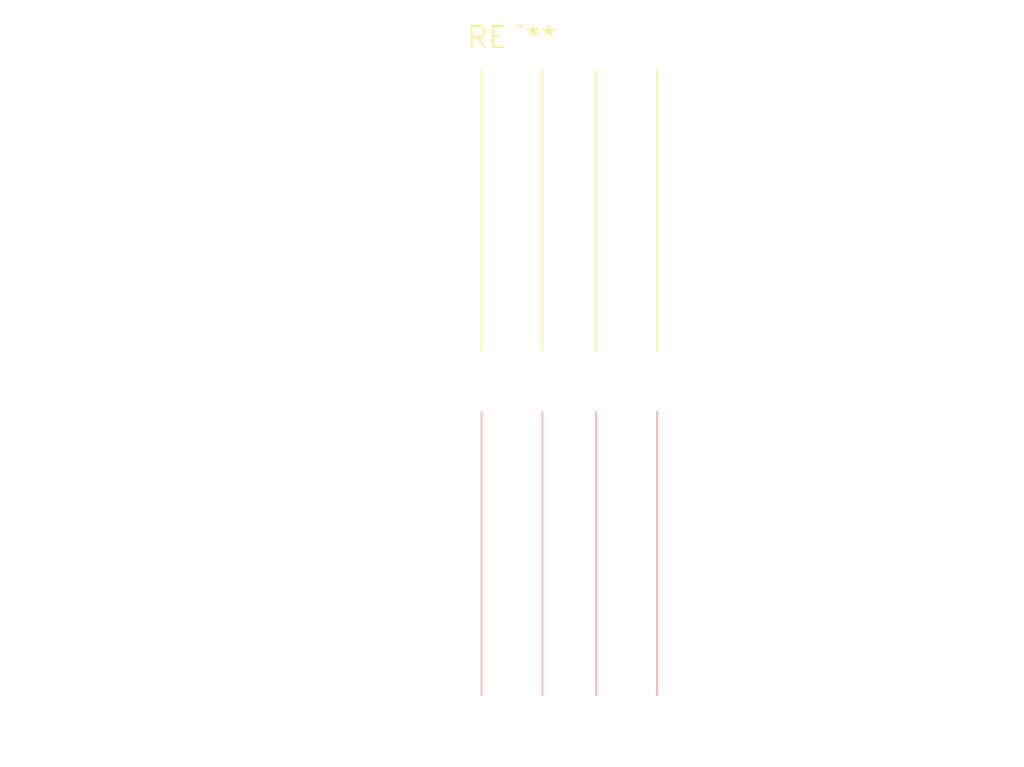
<source format=kicad_pcb>
(kicad_pcb (version 20240108) (generator pcbnew)
  (layers (0 "F.Cu" signal) (31 "B.Cu" signal) (34 "B.Paste" user) (35 "F.Paste" user) (36 "B.SilkS" user "B.Silkscreen") (37 "F.SilkS" user "F.Silkscreen") (38 "B.Mask" user) (39 "F.Mask" user) (44 "Edge.Cuts" user))
  (net 0 "")
  (footprint "SolderWire-0.75sqmm_1x02_P7mm_D1.25mm_OD3.5mm_Relief2x" (layer "F.Cu") (at 0 0)
    (property "Reference" "REF**")
    (property "Value" "SolderWire-0.75sqmm_1x02_P7mm_D1.25mm_OD3.5mm_Relief2x")
    (fp_line (start -1.86 22.86) (end -1.86 40.14) (layer "B.SilkS") (stroke (width 0.12)))
    (fp_line (start 1.86 22.86) (end 1.86 40.14) (layer "B.SilkS") (stroke (width 0.12)))
    (fp_line (start 5.14 22.86) (end 5.14 40.14) (layer "B.SilkS") (stroke (width 0.12)))
    (fp_line (start 8.86 22.86) (end 8.86 40.14) (layer "B.SilkS") (stroke (width 0.12)))
    (fp_line (start -1.86 2.01) (end -1.86 19.14) (layer "F.SilkS") (stroke (width 0.12)))
    (fp_line (start 1.86 2.01) (end 1.86 19.14) (layer "F.SilkS") (stroke (width 0.12)))
    (fp_line (start 5.14 2.01) (end 5.14 19.14) (layer "F.SilkS") (stroke (width 0.12)))
    (fp_line (start 8.86 2.01) (end 8.86 19.14) (layer "F.SilkS") (stroke (width 0.12)))
    (pad "" np_thru_hole circle (at 0 21) (size 4 4) (drill 4) (layers *.Cu *.Mask))
    (pad "" np_thru_hole circle (at 0 42) (size 4 4) (drill 4) (layers *.Cu *.Mask))
    (pad "" np_thru_hole circle (at 7 21) (size 4 4) (drill 4) (layers *.Cu *.Mask))
    (pad "" np_thru_hole circle (at 7 42) (size 4 4) (drill 4) (layers *.Cu *.Mask))
    (pad "1" thru_hole roundrect (at 0 0) (size 3.5 3.5) (drill 1.55) (layers *.Cu *.Mask) (remove_unused_layers) (roundrect_rratio 0.071429))
    (pad "2" thru_hole circle (at 7 0) (size 3.5 3.5) (drill 1.55) (layers *.Cu *.Mask) (remove_unused_layers))
  )
)
</source>
